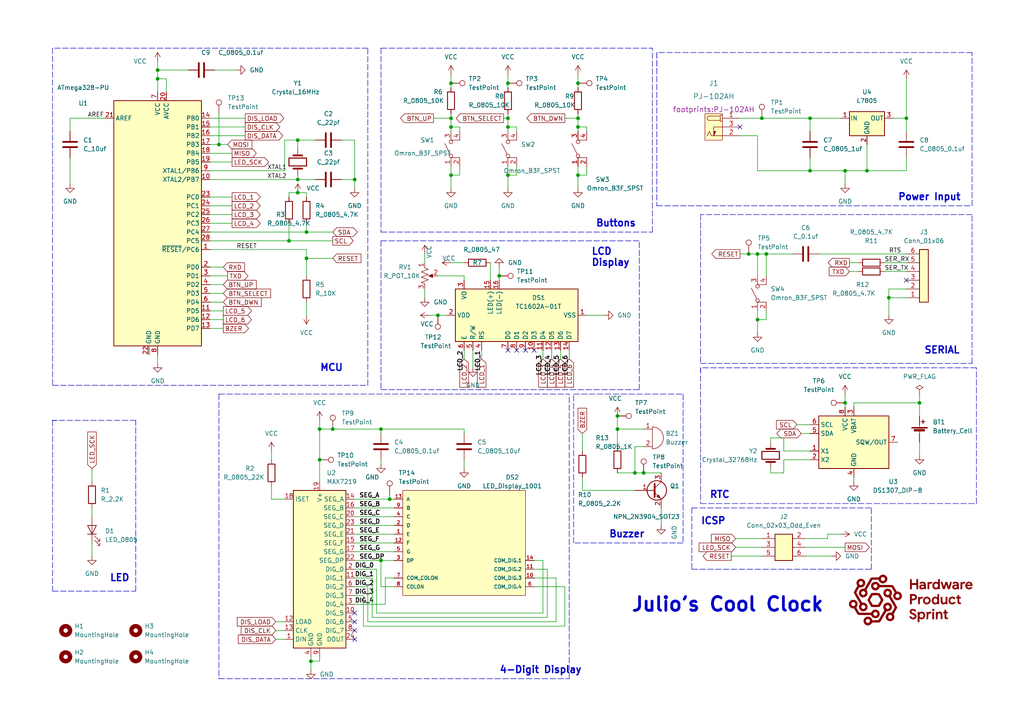
<source format=kicad_sch>
(kicad_sch (version 20211123) (generator eeschema)
  (paper "A4")
  (junction (at 184.15 137.16))
  (junction (at 92.71 133.35))
  (junction (at 86.36 55.88))
  (junction (at 83.82 69.85))
  (junction (at 96.52 124.46))
  (junction (at 251.46 49.53))
  (junction (at 266.7 116.84))
  (junction (at 130.81 24.13))
  (junction (at 262.89 34.29))
  (junction (at 110.49 124.46))
  (junction (at 147.32 34.29))
  (junction (at 167.64 50.8))
  (junction (at 245.11 116.84))
  (junction (at 222.25 73.66))
  (junction (at 257.81 86.36))
  (junction (at 130.81 34.29))
  (junction (at 186.69 137.16))
  (junction (at 217.17 73.66))
  (junction (at 45.72 22.86))
  (junction (at 45.72 20.32))
  (junction (at 63.5 41.91))
  (junction (at 245.11 49.53))
  (junction (at 167.64 34.29))
  (junction (at 102.87 52.07))
  (junction (at 130.81 50.8))
  (junction (at 144.78 80.01))
  (junction (at 234.95 49.53))
  (junction (at 219.71 73.66))
  (junction (at 86.36 40.64))
  (junction (at 147.32 36.83))
  (junction (at 167.64 24.13))
  (junction (at 179.07 120.65))
  (junction (at 219.71 92.71))
  (junction (at 167.64 36.83))
  (junction (at 90.17 191.77))
  (junction (at 110.49 162.56))
  (junction (at 147.32 50.8))
  (junction (at 130.81 36.83))
  (junction (at 234.95 34.29))
  (junction (at 127 91.44))
  (junction (at 86.36 52.07))
  (junction (at 179.07 124.46))
  (junction (at 88.9 74.93))
  (junction (at 220.98 34.29))
  (junction (at 92.71 124.46))
  (junction (at 88.9 67.31))
  (junction (at 147.32 24.13))
  (junction (at 113.03 144.78))
  (no_connect (at 102.87 182.88))
  (no_connect (at 262.89 81.28))
  (no_connect (at 214.63 36.83))
  (no_connect (at 152.4 101.6))
  (no_connect (at 102.87 185.42))
  (no_connect (at 154.94 101.6))
  (no_connect (at 102.87 180.34))
  (no_connect (at 149.86 101.6))
  (no_connect (at 147.32 101.6))
  (no_connect (at 102.87 177.8))
  (wire (pts (xy 82.55 40.64) (xy 86.36 40.64)))
  (wire (pts (xy 92.71 124.46) (xy 96.52 124.46)))
  (polyline (pts (xy 39.37 121.92) (xy 15.24 121.92)))
  (wire (pts (xy 219.71 39.37) (xy 219.71 49.53)))
  (wire (pts (xy 86.36 52.07) (xy 91.44 52.07)))
  (wire (pts (xy 222.25 73.66) (xy 229.87 73.66)))
  (wire (pts (xy 160.02 101.6) (xy 160.02 104.14)))
  (wire (pts (xy 170.18 50.8) (xy 170.18 48.26)))
  (wire (pts (xy 149.86 36.83) (xy 149.86 38.1)))
  (wire (pts (xy 63.5 41.91) (xy 66.04 41.91)))
  (wire (pts (xy 184.15 129.54) (xy 186.69 129.54)))
  (polyline (pts (xy 200.66 165.1) (xy 252.73 165.1)))
  (wire (pts (xy 60.96 52.07) (xy 86.36 52.07)))
  (wire (pts (xy 130.81 33.02) (xy 130.81 34.29)))
  (wire (pts (xy 214.63 39.37) (xy 219.71 39.37)))
  (wire (pts (xy 179.07 124.46) (xy 179.07 129.54)))
  (wire (pts (xy 179.07 124.46) (xy 186.69 124.46)))
  (wire (pts (xy 223.52 135.89) (xy 223.52 137.16)))
  (wire (pts (xy 45.72 20.32) (xy 45.72 22.86)))
  (wire (pts (xy 262.89 45.72) (xy 262.89 49.53)))
  (polyline (pts (xy 198.12 157.48) (xy 166.37 157.48)))
  (polyline (pts (xy 283.21 146.05) (xy 283.21 106.68)))
  (wire (pts (xy 130.81 76.2) (xy 134.62 76.2)))
  (wire (pts (xy 147.32 36.83) (xy 149.86 36.83)))
  (wire (pts (xy 240.03 154.94) (xy 243.84 154.94)))
  (wire (pts (xy 149.86 48.26) (xy 149.86 50.8)))
  (wire (pts (xy 262.89 34.29) (xy 262.89 38.1)))
  (wire (pts (xy 130.81 50.8) (xy 133.35 50.8)))
  (wire (pts (xy 60.96 95.25) (xy 64.77 95.25)))
  (wire (pts (xy 256.54 76.2) (xy 262.89 76.2)))
  (polyline (pts (xy 203.2 106.68) (xy 203.2 146.05)))
  (wire (pts (xy 90.17 191.77) (xy 90.17 194.31)))
  (wire (pts (xy 124.46 91.44) (xy 127 91.44)))
  (wire (pts (xy 83.82 69.85) (xy 96.52 69.85)))
  (wire (pts (xy 60.96 64.77) (xy 67.31 64.77)))
  (wire (pts (xy 262.89 49.53) (xy 251.46 49.53)))
  (wire (pts (xy 123.19 73.66) (xy 123.19 76.2)))
  (wire (pts (xy 62.23 20.32) (xy 68.58 20.32)))
  (wire (pts (xy 83.82 64.77) (xy 83.82 69.85)))
  (wire (pts (xy 219.71 92.71) (xy 219.71 96.52)))
  (wire (pts (xy 60.96 87.63) (xy 64.77 87.63)))
  (wire (pts (xy 102.87 162.56) (xy 110.49 162.56)))
  (polyline (pts (xy 110.49 113.03) (xy 185.42 113.03)))
  (wire (pts (xy 92.71 124.46) (xy 92.71 133.35)))
  (wire (pts (xy 105.41 172.72) (xy 105.41 181.61)))
  (wire (pts (xy 227.33 130.81) (xy 234.95 130.81)))
  (wire (pts (xy 102.87 175.26) (xy 111.76 175.26)))
  (wire (pts (xy 184.15 137.16) (xy 184.15 129.54)))
  (wire (pts (xy 102.87 52.07) (xy 102.87 54.61)))
  (wire (pts (xy 223.52 127) (xy 227.33 127)))
  (wire (pts (xy 157.48 101.6) (xy 157.48 104.14)))
  (polyline (pts (xy 281.94 15.24) (xy 190.5 15.24)))
  (wire (pts (xy 227.33 137.16) (xy 227.33 133.35)))
  (wire (pts (xy 162.56 101.6) (xy 162.56 104.14)))
  (wire (pts (xy 154.94 165.1) (xy 158.75 165.1)))
  (wire (pts (xy 232.41 125.73) (xy 234.95 125.73)))
  (wire (pts (xy 86.36 50.8) (xy 86.36 52.07)))
  (wire (pts (xy 245.11 116.84) (xy 245.11 118.11)))
  (wire (pts (xy 147.32 50.8) (xy 149.86 50.8)))
  (wire (pts (xy 222.25 73.66) (xy 222.25 80.01)))
  (wire (pts (xy 102.87 154.94) (xy 114.3 154.94)))
  (wire (pts (xy 130.81 36.83) (xy 133.35 36.83)))
  (wire (pts (xy 102.87 144.78) (xy 113.03 144.78)))
  (wire (pts (xy 147.32 34.29) (xy 147.32 36.83)))
  (polyline (pts (xy 106.68 111.76) (xy 106.68 13.97)))
  (wire (pts (xy 109.22 177.8) (xy 157.48 177.8)))
  (wire (pts (xy 92.71 133.35) (xy 92.71 139.7)))
  (wire (pts (xy 134.62 101.6) (xy 134.62 104.14)))
  (wire (pts (xy 88.9 64.77) (xy 88.9 67.31)))
  (wire (pts (xy 168.91 125.73) (xy 168.91 130.81)))
  (wire (pts (xy 102.87 165.1) (xy 109.22 165.1)))
  (wire (pts (xy 233.68 158.75) (xy 245.11 158.75)))
  (wire (pts (xy 191.77 147.32) (xy 191.77 152.4)))
  (wire (pts (xy 219.71 73.66) (xy 222.25 73.66)))
  (wire (pts (xy 60.96 80.01) (xy 66.04 80.01)))
  (wire (pts (xy 161.29 180.34) (xy 161.29 167.64)))
  (polyline (pts (xy 15.24 13.97) (xy 15.24 111.76)))
  (polyline (pts (xy 281.94 62.23) (xy 203.2 62.23)))
  (wire (pts (xy 134.62 124.46) (xy 134.62 125.73)))
  (wire (pts (xy 247.65 116.84) (xy 266.7 116.84)))
  (wire (pts (xy 105.41 181.61) (xy 163.83 181.61)))
  (wire (pts (xy 257.81 86.36) (xy 257.81 91.44)))
  (wire (pts (xy 130.81 48.26) (xy 130.81 50.8)))
  (wire (pts (xy 144.78 80.01) (xy 144.78 81.28)))
  (wire (pts (xy 157.48 177.8) (xy 157.48 162.56)))
  (wire (pts (xy 130.81 36.83) (xy 130.81 38.1)))
  (wire (pts (xy 60.96 36.83) (xy 71.12 36.83)))
  (polyline (pts (xy 106.68 13.97) (xy 15.24 13.97)))
  (wire (pts (xy 147.32 33.02) (xy 147.32 34.29)))
  (wire (pts (xy 227.33 133.35) (xy 234.95 133.35)))
  (polyline (pts (xy 110.49 13.97) (xy 189.23 13.97)))
  (wire (pts (xy 167.64 50.8) (xy 167.64 54.61)))
  (wire (pts (xy 214.63 73.66) (xy 217.17 73.66)))
  (wire (pts (xy 127 80.01) (xy 134.62 80.01)))
  (wire (pts (xy 147.32 48.26) (xy 147.32 50.8)))
  (wire (pts (xy 60.96 77.47) (xy 64.77 77.47)))
  (wire (pts (xy 167.64 48.26) (xy 167.64 50.8)))
  (wire (pts (xy 146.05 34.29) (xy 147.32 34.29)))
  (wire (pts (xy 102.87 172.72) (xy 105.41 172.72)))
  (wire (pts (xy 167.64 36.83) (xy 170.18 36.83)))
  (polyline (pts (xy 63.5 114.3) (xy 165.1 114.3)))
  (wire (pts (xy 60.96 62.23) (xy 67.31 62.23)))
  (wire (pts (xy 133.35 50.8) (xy 133.35 48.26)))
  (wire (pts (xy 63.5 33.02) (xy 63.5 41.91)))
  (wire (pts (xy 60.96 85.09) (xy 64.77 85.09)))
  (wire (pts (xy 142.24 76.2) (xy 142.24 81.28)))
  (wire (pts (xy 247.65 138.43) (xy 247.65 139.7)))
  (wire (pts (xy 167.64 33.02) (xy 167.64 34.29)))
  (polyline (pts (xy 281.94 59.69) (xy 281.94 15.24)))
  (polyline (pts (xy 252.73 165.1) (xy 252.73 147.32)))
  (polyline (pts (xy 281.94 105.41) (xy 281.94 62.23)))
  (wire (pts (xy 133.35 36.83) (xy 133.35 38.1)))
  (wire (pts (xy 88.9 72.39) (xy 88.9 74.93)))
  (wire (pts (xy 30.48 34.29) (xy 20.32 34.29)))
  (wire (pts (xy 107.95 167.64) (xy 107.95 179.07)))
  (polyline (pts (xy 203.2 62.23) (xy 203.2 105.41)))
  (wire (pts (xy 102.87 160.02) (xy 114.3 160.02)))
  (wire (pts (xy 88.9 74.93) (xy 88.9 80.01)))
  (wire (pts (xy 78.74 130.81) (xy 78.74 133.35)))
  (polyline (pts (xy 190.5 59.69) (xy 281.94 59.69)))
  (polyline (pts (xy 190.5 15.24) (xy 190.5 20.32)))
  (polyline (pts (xy 185.42 113.03) (xy 185.42 69.85)))
  (wire (pts (xy 219.71 73.66) (xy 219.71 80.01)))
  (wire (pts (xy 88.9 57.15) (xy 88.9 55.88)))
  (wire (pts (xy 127 91.44) (xy 129.54 91.44)))
  (wire (pts (xy 102.87 170.18) (xy 106.68 170.18)))
  (wire (pts (xy 60.96 34.29) (xy 71.12 34.29)))
  (polyline (pts (xy 166.37 114.3) (xy 198.12 114.3)))
  (wire (pts (xy 26.67 157.48) (xy 26.67 161.29)))
  (wire (pts (xy 102.87 152.4) (xy 114.3 152.4)))
  (wire (pts (xy 266.7 114.3) (xy 266.7 116.84)))
  (wire (pts (xy 251.46 41.91) (xy 251.46 49.53)))
  (wire (pts (xy 86.36 40.64) (xy 86.36 43.18)))
  (wire (pts (xy 233.68 161.29) (xy 241.3 161.29)))
  (wire (pts (xy 102.87 147.32) (xy 114.3 147.32)))
  (wire (pts (xy 110.49 162.56) (xy 110.49 170.18)))
  (wire (pts (xy 107.95 179.07) (xy 158.75 179.07)))
  (wire (pts (xy 86.36 40.64) (xy 91.44 40.64)))
  (wire (pts (xy 179.07 137.16) (xy 184.15 137.16)))
  (wire (pts (xy 78.74 144.78) (xy 82.55 144.78)))
  (wire (pts (xy 259.08 34.29) (xy 262.89 34.29)))
  (wire (pts (xy 134.62 80.01) (xy 134.62 81.28)))
  (wire (pts (xy 20.32 34.29) (xy 20.32 38.1)))
  (wire (pts (xy 45.72 17.78) (xy 45.72 20.32)))
  (wire (pts (xy 170.18 36.83) (xy 170.18 38.1)))
  (wire (pts (xy 219.71 92.71) (xy 219.71 90.17)))
  (polyline (pts (xy 190.5 15.24) (xy 190.5 59.69)))
  (wire (pts (xy 217.17 73.66) (xy 219.71 73.66)))
  (wire (pts (xy 170.18 91.44) (xy 175.26 91.44)))
  (wire (pts (xy 92.71 121.92) (xy 92.71 124.46)))
  (wire (pts (xy 245.11 49.53) (xy 245.11 53.34)))
  (wire (pts (xy 247.65 118.11) (xy 247.65 116.84)))
  (wire (pts (xy 222.25 90.17) (xy 222.25 92.71)))
  (wire (pts (xy 245.11 114.3) (xy 245.11 116.84)))
  (wire (pts (xy 165.1 101.6) (xy 165.1 104.14)))
  (wire (pts (xy 130.81 24.13) (xy 130.81 25.4)))
  (wire (pts (xy 167.64 50.8) (xy 170.18 50.8)))
  (wire (pts (xy 60.96 49.53) (xy 82.55 49.53)))
  (wire (pts (xy 214.63 34.29) (xy 220.98 34.29)))
  (wire (pts (xy 147.32 24.13) (xy 147.32 25.4)))
  (wire (pts (xy 213.36 158.75) (xy 220.98 158.75)))
  (wire (pts (xy 257.81 83.82) (xy 257.81 86.36)))
  (wire (pts (xy 223.52 137.16) (xy 227.33 137.16)))
  (wire (pts (xy 60.96 72.39) (xy 88.9 72.39)))
  (wire (pts (xy 60.96 44.45) (xy 67.31 44.45)))
  (wire (pts (xy 262.89 83.82) (xy 257.81 83.82)))
  (wire (pts (xy 48.26 26.67) (xy 48.26 22.86)))
  (polyline (pts (xy 189.23 67.31) (xy 189.23 13.97)))
  (wire (pts (xy 83.82 57.15) (xy 83.82 55.88)))
  (wire (pts (xy 186.69 137.16) (xy 184.15 137.16)))
  (wire (pts (xy 137.16 101.6) (xy 137.16 106.68)))
  (wire (pts (xy 80.01 185.42) (xy 82.55 185.42)))
  (wire (pts (xy 144.78 77.47) (xy 144.78 80.01)))
  (polyline (pts (xy 15.24 121.92) (xy 15.24 171.45)))
  (wire (pts (xy 191.77 137.16) (xy 186.69 137.16)))
  (wire (pts (xy 106.68 180.34) (xy 161.29 180.34)))
  (wire (pts (xy 123.19 83.82) (xy 123.19 86.36)))
  (wire (pts (xy 163.83 34.29) (xy 167.64 34.29)))
  (polyline (pts (xy 15.24 111.76) (xy 106.68 111.76)))
  (polyline (pts (xy 200.66 147.32) (xy 252.73 147.32)))
  (wire (pts (xy 167.64 36.83) (xy 167.64 38.1)))
  (wire (pts (xy 110.49 124.46) (xy 134.62 124.46)))
  (wire (pts (xy 60.96 59.69) (xy 67.31 59.69)))
  (polyline (pts (xy 203.2 105.41) (xy 281.94 105.41)))
  (wire (pts (xy 78.74 140.97) (xy 78.74 144.78)))
  (wire (pts (xy 60.96 90.17) (xy 64.77 90.17)))
  (wire (pts (xy 168.91 142.24) (xy 184.15 142.24)))
  (polyline (pts (xy 110.49 13.97) (xy 110.49 67.31)))
  (polyline (pts (xy 15.24 121.92) (xy 15.24 121.92)))
  (wire (pts (xy 163.83 170.18) (xy 154.94 170.18)))
  (wire (pts (xy 113.03 143.51) (xy 113.03 144.78)))
  (wire (pts (xy 90.17 190.5) (xy 90.17 191.77)))
  (wire (pts (xy 90.17 191.77) (xy 92.71 191.77)))
  (wire (pts (xy 237.49 73.66) (xy 262.89 73.66)))
  (wire (pts (xy 227.33 127) (xy 227.33 130.81)))
  (wire (pts (xy 88.9 87.63) (xy 88.9 91.44)))
  (wire (pts (xy 88.9 55.88) (xy 86.36 55.88)))
  (wire (pts (xy 147.32 36.83) (xy 147.32 38.1)))
  (wire (pts (xy 234.95 49.53) (xy 219.71 49.53)))
  (wire (pts (xy 99.06 40.64) (xy 102.87 40.64)))
  (wire (pts (xy 60.96 41.91) (xy 63.5 41.91)))
  (polyline (pts (xy 165.1 196.85) (xy 165.1 114.3)))
  (wire (pts (xy 130.81 50.8) (xy 130.81 54.61)))
  (wire (pts (xy 233.68 156.21) (xy 240.03 156.21)))
  (polyline (pts (xy 283.21 106.68) (xy 203.2 106.68)))
  (wire (pts (xy 179.07 120.65) (xy 179.07 124.46)))
  (polyline (pts (xy 39.37 171.45) (xy 39.37 121.92)))
  (wire (pts (xy 245.11 49.53) (xy 234.95 49.53)))
  (wire (pts (xy 167.64 21.59) (xy 167.64 24.13)))
  (wire (pts (xy 234.95 45.72) (xy 234.95 49.53)))
  (wire (pts (xy 26.67 147.32) (xy 26.67 149.86)))
  (wire (pts (xy 48.26 22.86) (xy 45.72 22.86)))
  (polyline (pts (xy 110.49 67.31) (xy 189.23 67.31)))
  (wire (pts (xy 88.9 67.31) (xy 96.52 67.31)))
  (wire (pts (xy 125.73 34.29) (xy 130.81 34.29)))
  (wire (pts (xy 96.52 124.46) (xy 110.49 124.46)))
  (wire (pts (xy 83.82 55.88) (xy 86.36 55.88)))
  (wire (pts (xy 130.81 21.59) (xy 130.81 24.13)))
  (wire (pts (xy 163.83 181.61) (xy 163.83 170.18)))
  (polyline (pts (xy 63.5 196.85) (xy 165.1 196.85)))
  (wire (pts (xy 60.96 92.71) (xy 64.77 92.71)))
  (wire (pts (xy 102.87 167.64) (xy 107.95 167.64)))
  (wire (pts (xy 82.55 49.53) (xy 82.55 40.64)))
  (wire (pts (xy 26.67 135.89) (xy 26.67 139.7)))
  (wire (pts (xy 154.94 167.64) (xy 161.29 167.64)))
  (wire (pts (xy 110.49 162.56) (xy 114.3 162.56)))
  (wire (pts (xy 111.76 167.64) (xy 114.3 167.64)))
  (wire (pts (xy 130.81 34.29) (xy 130.81 36.83)))
  (wire (pts (xy 60.96 57.15) (xy 67.31 57.15)))
  (wire (pts (xy 157.48 162.56) (xy 154.94 162.56)))
  (wire (pts (xy 60.96 69.85) (xy 83.82 69.85)))
  (wire (pts (xy 80.01 182.88) (xy 82.55 182.88)))
  (wire (pts (xy 240.03 156.21) (xy 240.03 154.94)))
  (wire (pts (xy 106.68 170.18) (xy 106.68 180.34)))
  (wire (pts (xy 256.54 78.74) (xy 262.89 78.74)))
  (wire (pts (xy 60.96 82.55) (xy 64.77 82.55)))
  (polyline (pts (xy 110.49 69.85) (xy 185.42 69.85)))
  (wire (pts (xy 246.38 78.74) (xy 248.92 78.74)))
  (wire (pts (xy 220.98 34.29) (xy 234.95 34.29)))
  (wire (pts (xy 60.96 46.99) (xy 67.31 46.99)))
  (wire (pts (xy 110.49 170.18) (xy 114.3 170.18)))
  (polyline (pts (xy 15.24 121.92) (xy 16.51 121.92)))
  (wire (pts (xy 266.7 128.27) (xy 266.7 132.08)))
  (wire (pts (xy 167.64 24.13) (xy 167.64 25.4)))
  (wire (pts (xy 45.72 102.87) (xy 45.72 105.41)))
  (wire (pts (xy 80.01 180.34) (xy 82.55 180.34)))
  (wire (pts (xy 223.52 127) (xy 223.52 128.27)))
  (wire (pts (xy 234.95 34.29) (xy 234.95 38.1)))
  (wire (pts (xy 60.96 39.37) (xy 71.12 39.37)))
  (wire (pts (xy 246.38 76.2) (xy 248.92 76.2)))
  (wire (pts (xy 88.9 74.93) (xy 96.52 74.93)))
  (wire (pts (xy 147.32 50.8) (xy 147.32 54.61)))
  (wire (pts (xy 257.81 86.36) (xy 262.89 86.36)))
  (polyline (pts (xy 63.5 114.3) (xy 63.5 196.85)))
  (wire (pts (xy 60.96 67.31) (xy 88.9 67.31)))
  (wire (pts (xy 92.71 191.77) (xy 92.71 190.5)))
  (wire (pts (xy 266.7 116.84) (xy 266.7 120.65)))
  (wire (pts (xy 213.36 156.21) (xy 220.98 156.21)))
  (wire (pts (xy 168.91 138.43) (xy 168.91 142.24)))
  (wire (pts (xy 222.25 92.71) (xy 219.71 92.71)))
  (polyline (pts (xy 166.37 157.48) (xy 166.37 114.3)))
  (wire (pts (xy 251.46 49.53) (xy 245.11 49.53)))
  (wire (pts (xy 231.14 123.19) (xy 234.95 123.19)))
  (wire (pts (xy 147.32 21.59) (xy 147.32 24.13)))
  (wire (pts (xy 158.75 179.07) (xy 158.75 165.1)))
  (wire (pts (xy 212.09 161.29) (xy 220.98 161.29)))
  (wire (pts (xy 45.72 22.86) (xy 45.72 26.67)))
  (polyline (pts (xy 15.24 171.45) (xy 39.37 171.45)))
  (polyline (pts (xy 203.2 146.05) (xy 283.21 146.05)))
  (wire (pts (xy 139.7 101.6) (xy 139.7 104.14)))
  (wire (pts (xy 102.87 157.48) (xy 114.3 157.48)))
  (wire (pts (xy 102.87 149.86) (xy 114.3 149.86)))
  (polyline (pts (xy 200.66 147.32) (xy 200.66 165.1)))
  (wire (pts (xy 111.76 175.26) (xy 111.76 167.64)))
  (wire (pts (xy 234.95 34.29) (xy 243.84 34.29)))
  (wire (pts (xy 99.06 52.07) (xy 102.87 52.07)))
  (wire (pts (xy 20.32 45.72) (xy 20.32 53.34)))
  (wire (pts (xy 134.62 133.35) (xy 134.62 135.89)))
  (polyline (pts (xy 198.12 114.3) (xy 198.12 157.48)))
  (wire (pts (xy 110.49 124.46) (xy 110.49 125.73)))
  (wire (pts (xy 109.22 165.1) (xy 109.22 177.8)))
  (wire (pts (xy 113.03 144.78) (xy 114.3 144.78)))
  (wire (pts (xy 262.89 22.86) (xy 262.89 34.29)))
  (wire (pts (xy 167.64 34.29) (xy 167.64 36.83)))
  (polyline (pts (xy 110.49 69.85) (xy 110.49 113.03)))
  (wire (pts (xy 102.87 40.64) (xy 102.87 52.07)))
  (wire (pts (xy 45.72 20.32) (xy 54.61 20.32)))
  (polyline (pts (xy 203.2 106.68) (xy 203.2 107.95)))
  (wire (pts (xy 110.49 133.35) (xy 110.49 134.62)))
  (text "Buttons		" (at 172.72 66.04 0) (effects (font (size 2 2) (thickness 0.4) bold) (justify left bottom)))
  (text "MCU" (at 92.71 107.95 0) (effects (font (size 2 2) (thickness 0.4) bold) (justify left bottom)))
  (text "Power Input\n" (at 260.35 58.42 0) (effects (font (size 2 2) (thickness 0.4) bold) (justify left bottom)))
  (text "LCD \nDisplay" (at 171.45 77.47 0) (effects (font (size 2 2) (thickness 0.4) bold) (justify left bottom)))
  (text "LED" (at 31.75 168.91 0) (effects (font (size 2 2) (thickness 0.4) bold) (justify left bottom)))
  (text "Julio's Cool Clock" (at 182.88 177.8 0) (effects (font (size 4 4) bold) (justify left bottom)))
  (text "RTC" (at 205.74 144.78 0) (effects (font (size 2 2) bold) (justify left bottom)))
  (text "4-Digit Display" (at 144.78 195.58 0) (effects (font (size 2 2) (thickness 0.4) bold) (justify left bottom)))
  (text "SERIAL" (at 267.97 102.87 0) (effects (font (size 2 2) bold) (justify left bottom)))
  (text "Buzzer" (at 176.53 156.21 0) (effects (font (size 2 2) bold) (justify left bottom)))
  (text "ICSP" (at 203.2 152.4 0) (effects (font (size 2 2) bold) (justify left bottom)))
  (label "LCD_1" (at 139.7 101.6 270) (effects (font (thickness 0.254) bold)))
  (label "SEG_C" (at 104.14 149.86 0) (effects (font (thickness 0.254) bold)))
  (label "SEG_E" (at 104.14 154.94 0) (effects (font (thickness 0.254) bold)))
  (label "DIG_4" (at 102.87 175.26 0) (effects (font (thickness 0.254) bold)))
  (label "AREF" (at 25.4 34.29 0))
  (label "DIG_2" (at 102.87 170.18 0) (effects (font (thickness 0.254) bold)))
  (label "SEG_F" (at 104.14 157.48 0) (effects (font (thickness 0.254) bold)))
  (label "XTAL2" (at 77.47 52.07 0))
  (label "DIG_1" (at 102.87 167.64 0) (effects (font (thickness 0.254) bold)))
  (label "SEG_D" (at 104.14 152.4 0) (effects (font (thickness 0.254) bold)))
  (label "LCD_3" (at 157.48 102.87 270) (effects (font (thickness 0.254) bold)))
  (label "SEG_B" (at 104.14 147.32 0) (effects (font (thickness 0.254) bold)))
  (label "LCD_2" (at 134.62 101.6 270) (effects (font (thickness 0.254) bold)))
  (label "SEG_A" (at 104.14 144.78 0) (effects (font (thickness 0.254) bold)))
  (label "RTS" (at 257.81 73.66 0))
  (label "LCD_5" (at 162.56 102.87 270) (effects (font (thickness 0.254) bold)))
  (label "SEG_DP" (at 104.14 162.56 0) (effects (font (thickness 0.254) bold)))
  (label "XTAL1" (at 77.47 49.53 0))
  (label "DIG_3" (at 102.87 172.72 0) (effects (font (thickness 0.254) bold)))
  (label "SER_TX" (at 256.54 78.74 0))
  (label "RESET" (at 68.58 72.39 0))
  (label "LCD_4" (at 160.02 102.87 270) (effects (font (thickness 0.254) bold)))
  (label "DIG_0" (at 102.87 165.1 0) (effects (font (thickness 0.254) bold)))
  (label "SEG_G" (at 104.14 160.02 0) (effects (font (thickness 0.254) bold)))
  (label "SER_RX" (at 256.54 76.2 0))
  (label "LCD_6" (at 165.1 102.87 270) (effects (font (thickness 0.254) bold)))
  (global_label "LED_SCK" (shape output) (at 67.31 46.99 0) (property "Intersheet References" "${INTERSHEET_REFS}" (effects hide)))
  (global_label "MISO" (shape output) (at 67.31 44.45 0) (property "Intersheet References" "${INTERSHEET_REFS}" (effects hide)))
  (global_label "MOSI" (shape input) (at 66.04 41.91 0) (property "Intersheet References" "${INTERSHEET_REFS}" (effects hide)))
  (global_label "DIS_CLK" (shape input) (at 80.01 182.88 180) (property "Intersheet References" "${INTERSHEET_REFS}" (effects hide)))
  (global_label "LCD_2" (shape input) (at 134.62 104.14 270) (property "Intersheet References" "${INTERSHEET_REFS}" (effects hide)))
  (global_label "MOSI" (shape output) (at 245.11 158.75 0) (property "Intersheet References" "${INTERSHEET_REFS}" (effects hide)))
  (global_label "LCD_3" (shape output) (at 67.31 62.23 0) (property "Intersheet References" "${INTERSHEET_REFS}" (effects hide)))
  (global_label "BTN_UP" (shape input) (at 64.77 82.55 0) (property "Intersheet References" "${INTERSHEET_REFS}" (effects hide)))
  (global_label "TXD" (shape input) (at 246.38 78.74 180) (property "Intersheet References" "${INTERSHEET_REFS}" (effects hide)))
  (global_label "DIS_LOAD" (shape input) (at 80.01 180.34 180) (property "Intersheet References" "${INTERSHEET_REFS}" (effects hide)))
  (global_label "BTN_DWN" (shape input) (at 64.77 87.63 0) (property "Intersheet References" "${INTERSHEET_REFS}" (effects hide)))
  (global_label "SCL" (shape input) (at 231.14 123.19 180) (property "Intersheet References" "${INTERSHEET_REFS}" (effects hide)))
  (global_label "RESET" (shape input) (at 96.52 74.93 0) (property "Intersheet References" "${INTERSHEET_REFS}" (effects hide)))
  (global_label "LED_SCK" (shape input) (at 26.67 135.89 90) (property "Intersheet References" "${INTERSHEET_REFS}" (effects hide)))
  (global_label "RXD" (shape input) (at 64.77 77.47 0) (property "Intersheet References" "${INTERSHEET_REFS}" (effects hide)))
  (global_label "RESET" (shape output) (at 212.09 161.29 180) (property "Intersheet References" "${INTERSHEET_REFS}" (effects hide)))
  (global_label "LCD_1" (shape input) (at 139.7 104.14 270) (property "Intersheet References" "${INTERSHEET_REFS}" (effects hide)))
  (global_label "RESET" (shape output) (at 214.63 73.66 180) (property "Intersheet References" "${INTERSHEET_REFS}" (effects hide)))
  (global_label "RXD" (shape output) (at 246.38 76.2 180) (property "Intersheet References" "${INTERSHEET_REFS}" (effects hide)))
  (global_label "LED_SCK" (shape input) (at 213.36 158.75 180) (property "Intersheet References" "${INTERSHEET_REFS}" (effects hide)))
  (global_label "LCD_6" (shape input) (at 165.1 104.14 270) (property "Intersheet References" "${INTERSHEET_REFS}" (effects hide)))
  (global_label "TXD" (shape output) (at 66.04 80.01 0) (property "Intersheet References" "${INTERSHEET_REFS}" (effects hide)))
  (global_label "LCD_6" (shape output) (at 64.77 92.71 0) (property "Intersheet References" "${INTERSHEET_REFS}" (effects hide)))
  (global_label "LCD_3" (shape input) (at 157.48 104.14 270) (property "Intersheet References" "${INTERSHEET_REFS}" (effects hide)))
  (global_label "SCL" (shape output) (at 96.52 69.85 0) (property "Intersheet References" "${INTERSHEET_REFS}" (effects hide)))
  (global_label "SDA" (shape bidirectional) (at 96.52 67.31 0) (property "Intersheet References" "${INTERSHEET_REFS}" (effects hide)))
  (global_label "BTN_UP" (shape output) (at 125.73 34.29 180) (property "Intersheet References" "${INTERSHEET_REFS}" (effects hide)))
  (global_label "DIS_CLK" (shape output) (at 71.12 36.83 0) (property "Intersheet References" "${INTERSHEET_REFS}" (effects hide)))
  (global_label "LCD_5" (shape output) (at 64.77 90.17 0) (property "Intersheet References" "${INTERSHEET_REFS}" (effects hide)))
  (global_label "LCD_5" (shape input) (at 162.56 104.14 270) (property "Intersheet References" "${INTERSHEET_REFS}" (effects hide)))
  (global_label "BZER" (shape output) (at 64.77 95.25 0) (property "Intersheet References" "${INTERSHEET_REFS}" (effects hide)))
  (global_label "BTN_SELECT" (shape input) (at 64.77 85.09 0) (property "Intersheet References" "${INTERSHEET_REFS}" (effects hide)))
  (global_label "BTN_DWN" (shape output) (at 163.83 34.29 180) (property "Intersheet References" "${INTERSHEET_REFS}" (effects hide)))
  (global_label "DIS_DATA" (shape output) (at 71.12 39.37 0) (property "Intersheet References" "${INTERSHEET_REFS}" (effects hide)))
  (global_label "BZER" (shape input) (at 168.91 125.73 90) (property "Intersheet References" "${INTERSHEET_REFS}" (effects hide)))
  (global_label "MISO" (shape input) (at 213.36 156.21 180) (property "Intersheet References" "${INTERSHEET_REFS}" (effects hide)))
  (global_label "LCD_2" (shape output) (at 67.31 59.69 0) (property "Intersheet References" "${INTERSHEET_REFS}" (effects hide)))
  (global_label "SDA" (shape bidirectional) (at 232.41 125.73 180) (property "Intersheet References" "${INTERSHEET_REFS}" (effects hide)))
  (global_label "BTN_SELECT" (shape output) (at 146.05 34.29 180) (property "Intersheet References" "${INTERSHEET_REFS}" (effects hide)))
  (global_label "LCD_4" (shape output) (at 67.31 64.77 0) (property "Intersheet References" "${INTERSHEET_REFS}" (effects hide)))
  (global_label "LCD_4" (shape input) (at 160.02 104.14 270) (property "Intersheet References" "${INTERSHEET_REFS}" (effects hide)))
  (global_label "LCD_1" (shape output) (at 67.31 57.15 0) (property "Intersheet References" "${INTERSHEET_REFS}" (effects hide)))
  (global_label "DIS_DATA" (shape input) (at 80.01 185.42 180) (property "Intersheet References" "${INTERSHEET_REFS}" (effects hide)))
  (global_label "DIS_LOAD" (shape output) (at 71.12 34.29 0) (property "Intersheet References" "${INTERSHEET_REFS}" (effects hide)))
  (symbol (lib_id "HPS:Crystal_32768Hz") (at 223.52 132.08 270) (mirror x) (unit 1)
    (property "Reference" "Y2" (at 219.71 130.81 90) (effects (justify right)))
    (property "Value" "Crystal_32768Hz" (at 219.71 133.3499 90) (effects (justify right)))
    (property "Footprint" "footprints:Crystal_SMD_2Pin_3.2x1.5mm" (effects hide))
    (property "Datasheet" "https://www.jauch.com/downloadfile/57fde22d50dbf_d3c203011c87952f2834/jtx310-auto-2-210512.pdf" (effects hide))
    (property "MFG" "Jauch Quartz" (effects hide))
    (property "MPN" "Q 0,032768-JTX310-12,5-20-T1-HMR-50K-LF" (effects hide))
    (property "Digikey PN" "1908-1314-1-ND" (effects hide))
    (property "Mouser PN" "N/A" (effects hide))
  )
  (symbol (lib_id "HPS:R_0805_10K") (at 130.81 29.21 0) (unit 1)
    (property "Reference" "R6" (at 125.73 26.67 0) (effects (justify left)))
    (property "Value" "R_0805_10K" (at 116.84 29.21 0) (effects (justify left)))
    (property "Footprint" "footprints:R_0805_2012Metric" (effects hide))
    (property "Datasheet" "https://www.digikey.com/en/products/detail/yageo/RC0805FR-0710KL/727535" (effects hide))
    (property "MFG" "Yageo" (effects hide))
    (property "MPN" "RC0805FR-0710KL" (effects hide))
    (property "Digikey PN" "311-10.0KCRCT-ND" (effects hide))
    (property "Mouser PN" "N/A" (effects hide))
    (property "Power" "N/A" (effects hide))
    (property "Tolerance" "N/A" (effects hide))
  )
  (symbol (lib_id "HPS:GND") (at 123.19 86.36 0) (unit 1)
    (property "Reference" "#PWR0101" (effects hide))
    (property "Value" "GND" (at 125.73 87.6299 0) (effects (justify left)))
  )
  (symbol (lib_id "HPS:VCC") (at 243.84 154.94 270) (unit 1)
    (property "Reference" "#PWR028" (effects hide))
    (property "Value" "VCC" (at 247.65 154.9399 90) (effects (justify left)))
  )
  (symbol (lib_id "HPS:GND") (at 257.81 91.44 0) (unit 1)
    (property "Reference" "#PWR031" (effects hide))
    (property "Value" "GND" (at 257.81 96.52 0))
  )
  (symbol (lib_id "HPS:Battery_Cell") (at 266.7 125.73 0) (unit 1)
    (property "Reference" "BT1" (at 270.51 122.4279 0) (effects (justify left)))
    (property "Value" "Battery_Cell" (at 270.51 124.9679 0) (effects (justify left)))
    (property "Footprint" "footprints:BatteryHolder_Keystone_106_1x20mm" (effects hide))
    (property "Datasheet" "https://media.digikey.com/pdf/Data%20Sheets/Memory%20Protection%20PDFs/Coin_Cell_Guide.pdf" (effects hide))
    (property "MFG" "MPD (Memory Protection Devices)" (effects hide))
    (property "MPN" "BS-7" (effects hide))
    (property "Digikey PN" "BS-7-ND" (effects hide))
    (property "Mouser PN" "N/A" (effects hide))
  )
  (symbol (lib_id "HPS:TestPoint") (at 217.17 73.66 0) (unit 1)
    (property "Reference" "TP5" (at 219.71 69.0879 0) (effects (justify left)))
    (property "Value" "TestPoint" (at 219.71 71.6279 0) (effects (justify left)))
    (property "Footprint" "footprints:TestPoint_THTPad_D2.0mm_Drill1.0mm" (effects hide))
  )
  (symbol (lib_id "HPS:GND") (at 266.7 132.08 0) (unit 1)
    (property "Reference" "#PWR033" (effects hide))
    (property "Value" "GND" (at 266.7 137.16 0))
  )
  (symbol (lib_id "HPS:GND") (at 247.65 139.7 0) (unit 1)
    (property "Reference" "#PWR030" (effects hide))
    (property "Value" "GND" (at 247.65 144.78 0))
  )
  (symbol (lib_id "HPS:VCC") (at 147.32 21.59 0) (unit 1)
    (property "Reference" "#PWR019" (effects hide))
    (property "Value" "VCC" (at 147.32 16.51 0))
  )
  (symbol (lib_id "HPS:Omron_B3F_SPST") (at 147.32 43.18 90) (unit 1)
    (property "Reference" "SW2" (at 151.13 41.9099 90) (effects (justify right)))
    (property "Value" "Omron_B3F_SPST" (at 146.05 49.53 90) (effects (justify right)))
    (property "Footprint" "footprints:SW_SPST_Omron_B3FS-100xP" (effects hide))
    (property "Datasheet" "https://omronfs.omron.com/en_US/ecb/products/pdf/en-b3fs.pdf" (effects hide))
    (property "MFG" "Omron Electronics Inc-EMC Div" (effects hide))
    (property "MPN" "B3FS-1000P" (effects hide))
    (property "Digikey PN" "SW423CT-ND" (effects hide))
    (property "Mouser PN" "N/A" (effects hide))
  )
  (symbol (lib_id "HPS:TestPoint") (at 92.71 133.35 270) (unit 1)
    (property "Reference" "TP10" (at 97.79 132.0799 90) (effects (justify left)))
    (property "Value" "TestPoint" (at 97.79 134.6199 90) (effects (justify left)))
    (property "Footprint" "footprints:TestPoint_THTPad_D2.0mm_Drill1.0mm" (effects hide))
  )
  (symbol (lib_id "HPS:VCC") (at 92.71 121.92 0) (unit 1)
    (property "Reference" "#PWR09" (effects hide))
    (property "Value" "VCC" (at 92.71 116.84 0))
  )
  (symbol (lib_id "HPS:TestPoint") (at 113.03 143.51 0) (unit 1)
    (property "Reference" "TP14" (at 115.57 137.16 0) (effects (justify left)))
    (property "Value" "TestPoint" (at 115.57 139.7 0) (effects (justify left)))
    (property "Footprint" "footprints:TestPoint_THTPad_D2.0mm_Drill1.0mm" (effects hide))
  )
  (symbol (lib_id "HPS:GND") (at 20.32 53.34 0) (unit 1)
    (property "Reference" "#PWR01" (effects hide))
    (property "Value" "GND" (at 20.32 58.42 0))
  )
  (symbol (lib_id "HPS:GND") (at 175.26 91.44 90) (unit 1)
    (property "Reference" "#PWR023" (effects hide))
    (property "Value" "GND" (at 179.07 91.4399 90) (effects (justify right)))
  )
  (symbol (lib_id "HPS:Conn_01x06") (at 267.97 81.28 0) (mirror x) (unit 1)
    (property "Reference" "J3" (at 267.97 67.31 0))
    (property "Value" "Conn_01x06" (at 267.97 69.85 0))
    (property "Footprint" "footprints:PinHeader_1x06_P2.54mm_Vertical" (effects hide))
    (property "Datasheet" "https://www.we-online.de/katalog/datasheet/6130xx11121.pdf" (effects hide))
    (property "MFG" "Würth Elektronik" (effects hide))
    (property "MPN" "61300611121" (effects hide))
    (property "Digikey PN" "732-5319-ND" (effects hide))
    (property "Mouser PN" "N/A" (effects hide))
  )
  (symbol (lib_id "HPS:VCC") (at 130.81 21.59 0) (unit 1)
    (property "Reference" "#PWR013" (effects hide))
    (property "Value" "VCC" (at 130.81 16.51 0))
  )
  (symbol (lib_id "HPS:GND") (at 219.71 96.52 0) (unit 1)
    (property "Reference" "#PWR026" (effects hide))
    (property "Value" "GND" (at 219.71 101.6 0))
  )
  (symbol (lib_id "HPS:MountingHole") (at 39.37 182.88 0) (unit 1)
    (property "Reference" "H3" (at 41.91 181.6099 0) (effects (justify left)))
    (property "Value" "MountingHole" (at 41.91 184.1499 0) (effects (justify left)))
    (property "Footprint" "footprints:MountingHole_3.2mm_M3" (effects hide))
  )
  (symbol (lib_id "HPS:TestPoint") (at 186.69 137.16 0) (unit 1)
    (property "Reference" "TP8" (at 189.23 132.5879 0) (effects (justify left)))
    (property "Value" "TestPoint" (at 189.23 135.1279 0) (effects (justify left)))
    (property "Footprint" "footprints:TestPoint_THTPad_D2.0mm_Drill1.0mm" (effects hide))
  )
  (symbol (lib_id "HPS:L7805") (at 251.46 34.29 0) (unit 1)
    (property "Reference" "U4" (at 251.46 26.67 0))
    (property "Value" "L7805" (at 251.46 29.21 0))
    (property "Footprint" "footprints:TO-252-2" (effects hide))
    (property "Datasheet" "http://www.st.com/content/ccc/resource/technical/document/datasheet/41/4f/b3/b0/12/d4/47/88/CD00000444.pdf/files/CD00000444.pdf/jcr:content/translations/en.CD00000444.pdf" (effects hide))
    (property "Digikey PN" "497-7255-1-ND" (effects hide))
    (property "MPN" "L7805CDT-TR" (effects hide))
    (property "MFG" "STMicroelectronics" (effects hide))
  )
  (symbol (lib_id "HPS:VCC") (at 78.74 130.81 0) (unit 1)
    (property "Reference" "#PWR05" (effects hide))
    (property "Value" "VCC" (at 78.74 125.73 0))
  )
  (symbol (lib_id "HPS:TC1602A-01T") (at 149.86 91.44 90) (unit 1)
    (property "Reference" "DS1" (at 156.21 86.36 90))
    (property "Value" "TC1602A-01T" (at 156.21 88.9 90))
    (property "Footprint" "footprints:TC1602A-01T" (effects hide))
    (property "Datasheet" "https://cdn-shop.adafruit.com/datasheets/TC1602A-01T.pdf" (effects hide))
    (property "MFG" "Adafruit" (effects hide))
    (property "MPN" "1447" (effects hide))
    (property "Digikey PN" "1528-2212-ND" (effects hide))
    (property "Mouser PN" "N/A" (effects hide))
  )
  (symbol (lib_id "HPS:VCC") (at 124.46 91.44 90) (unit 1)
    (property "Reference" "#PWR012" (effects hide))
    (property "Value" "VCC" (at 121.92 93.98 90) (effects (justify right)))
  )
  (symbol (lib_id "HPS:C_0805_0.1uf") (at 233.68 73.66 90) (unit 1)
    (property "Reference" "C6" (at 233.68 66.04 90))
    (property "Value" "C_0.1uf" (at 233.68 68.58 90))
    (property "Footprint" "footprints:C_0805_2012Metric" (effects hide))
    (property "Datasheet" "https://datasheets.avx.com/X7RDielectric.pdf" (effects hide))
    (property "MFG" "AVX Corporation" (effects hide))
    (property "MPN" "08055C104KAT2A" (effects hide))
    (property "Digikey PN" "478-1395-1-ND" (effects hide))
    (property "Mouser PN" "N/A" (effects hide))
    (property "Voltage" "N/A" (effects hide))
    (property "Dielectric" "N/A" (effects hide))
    (property "Tolerance" "N/A" (effects hide))
  )
  (symbol (lib_id "HPS:MountingHole") (at 19.05 182.88 0) (unit 1)
    (property "Reference" "H1" (at 21.59 181.6099 0) (effects (justify left)))
    (property "Value" "MountingHole" (at 21.59 184.1499 0) (effects (justify left)))
    (property "Footprint" "footprints:MountingHole_3.2mm_M3" (effects hide))
  )
  (symbol (lib_id "HPS:C_0805_10uf") (at 134.62 129.54 0) (unit 1)
    (property "Reference" "C5" (at 138.43 128.2699 0) (effects (justify left)))
    (property "Value" "C_0805_10uf" (at 138.43 130.8099 0) (effects (justify left)))
    (property "Footprint" "footprints:C_0805_2012Metric" (effects hide))
    (property "Datasheet" "https://search.murata.co.jp/Ceramy/image/img/A01X/G101/ENG/GRM21BR61E106KA73-01.pdf" (effects hide))
    (property "MFG" "Murata Electronics" (effects hide))
    (property "MPN" "GRM21BR61E106KA73L" (effects hide))
    (property "Digikey PN" "490-5523-1-ND" (effects hide))
    (property "Mouser PN" "N/A" (effects hide))
    (property "Voltage" "N/A" (effects hide))
    (property "Dielectric" "N/A" (effects hide))
    (property "Tolerance" "N/A" (effects hide))
  )
  (symbol (lib_id "HPS:GND") (at 137.16 106.68 0) (unit 1)
    (property "Reference" "#PWR017" (effects hide))
    (property "Value" "GND" (at 137.16 111.76 0))
  )
  (symbol (lib_id "HPS:R_0805_22K") (at 78.74 137.16 0) (unit 1)
    (property "Reference" "R2" (at 71.12 135.89 0) (effects (justify left)))
    (property "Value" "R_0805_22K" (at 64.77 138.43 0) (effects (justify left)))
    (property "Footprint" "footprints:R_0805_2012Metric" (effects hide))
    (property "Datasheet" "https://www.digikey.com/en/products/detail/yageo/RC0805FR-0722KL/727736" (effects hide))
    (property "MFG" "Yageo" (effects hide))
    (property "MPN" "RC0805FR-0722KL" (effects hide))
    (property "Digikey PN" "311-22.0KCRCT-ND" (effects hide))
    (property "Mouser PN" "N/A" (effects hide))
    (property "Power" "N/A" (effects hide))
    (property "Tolerance" "N/A" (effects hide))
  )
  (symbol (lib_id "HPS:Crystal_16MHz") (at 86.36 46.99 90) (unit 1)
    (property "Reference" "Y1" (at 85.09 24.13 90) (effects (justify right)))
    (property "Value" "Crystal_16MHz" (at 78.74 26.67 90) (effects (justify right)))
    (property "Footprint" "footprints:Crystal_SMD_HC49-SD" (effects hide))
    (property "Datasheet" "https://ecsxtal.com/store/pdf/csm-7x-dn.pdf" (effects hide))
    (property "MFG" "ECS Inc." (effects hide))
    (property "MPN" "ECS-160-20-5PXDN-TR" (effects hide))
    (property "Digikey PN" "XC1299CT-ND" (effects hide))
    (property "Mouser PN" "N/A" (effects hide))
  )
  (symbol (lib_id "HPS:HPS_Logo") (at 264.16 173.99 0) (unit 1)
    (property "Reference" "#G1" (effects hide))
    (property "Value" "HPS_Logo" (effects hide))
  )
  (symbol (lib_id "HPS:R_0805_2.2K") (at 26.67 143.51 0) (unit 1)
    (property "Reference" "R1" (at 29.21 142.2399 0) (effects (justify left)))
    (property "Value" "R_2.2K" (at 29.21 144.7799 0) (effects (justify left)))
    (property "Footprint" "footprints:R_0805_2012Metric" (effects hide))
    (property "Datasheet" "https://www.digikey.com/en/products/detail/yageo/RC0805FR-072K2L/727676" (effects hide))
    (property "MFG" "N/A" (effects hide))
    (property "MPN" "N/A" (effects hide))
    (property "Digikey PN" "311-2.20KCRCT-ND" (effects hide))
    (property "Mouser PN" "N/A" (effects hide))
    (property "Power" "N/A" (effects hide))
    (property "Tolerance" "N/A" (effects hide))
  )
  (symbol (lib_id "HPS:NPN_2N3904_SOT23") (at 189.23 142.24 0) (unit 1)
    (property "Reference" "Q1" (at 194.31 140.9699 0) (effects (justify left)))
    (property "Value" "NPN_2N3904_SOT23" (at 177.8 149.86 0) (effects (justify left)))
    (property "Footprint" "footprints:SOT-23" (effects hide))
    (property "Datasheet" "https://www.mouser.com/datasheet/2/149/2N3904-82270.pdf" (effects hide))
    (property "MFG" "Central Semiconductor Corp" (effects hide))
    (property "MPN" "CMPT3904E TR PBFREE" (effects hide))
    (property "Digikey PN" "1514-CMPT3904ETRPBFREECT-ND" (effects hide))
    (property "Mouser PN" "N/A" (effects hide))
  )
  (symbol (lib_id "HPS:GND") (at 26.67 161.29 0) (unit 1)
    (property "Reference" "#PWR02" (effects hide))
    (property "Value" "GND" (at 26.67 166.37 0))
  )
  (symbol (lib_id "HPS:VCC") (at 167.64 21.59 0) (unit 1)
    (property "Reference" "#PWR021" (effects hide))
    (property "Value" "VCC" (at 167.64 16.51 0))
  )
  (symbol (lib_id "HPS:GND") (at 102.87 54.61 0) (unit 1)
    (property "Reference" "#PWR010" (effects hide))
    (property "Value" "GND" (at 102.87 59.69 0))
  )
  (symbol (lib_id "HPS:PJ-102AH") (at 209.55 36.83 0) (unit 1)
    (property "Reference" "J1" (at 207.01 24.13 0) (effects (font (size 1.524 1.524))))
    (property "Value" "PJ-102AH" (at 207.01 27.94 0) (effects (font (size 1.524 1.524))))
    (property "Footprint" "footprints:PJ-102AH" (at 207.01 31.75 0) (effects (font (size 1.524 1.524))))
    (property "Datasheet" "https://www.cuidevices.com/product/resource/pj-102ah.pdf" (effects hide))
    (property "MFG" "CUI Devices" (effects hide))
    (property "MPN" "PJ-102AH" (effects hide))
    (property "Digikey PN" "CP-102AH-ND" (effects hide))
    (property "Mouser PN" "490-PJ-102AH" (effects hide))
  )
  (symbol (lib_id "HPS:VCC") (at 88.9 91.44 180) (unit 1)
    (property "Reference" "#PWR07" (effects hide))
    (property "Value" "VCC" (at 88.9 96.52 0))
  )
  (symbol (lib_id "HPS:GND") (at 45.72 105.41 0) (unit 1)
    (property "Reference" "#PWR04" (effects hide))
    (property "Value" "GND" (at 45.72 110.49 0))
  )
  (symbol (lib_id "HPS:Buzzer") (at 189.23 127 0) (unit 1)
    (property "Reference" "BZ1" (at 193.04 125.7299 0) (effects (justify left)))
    (property "Value" "Buzzer" (at 193.04 128.2699 0) (effects (justify left)))
    (property "Footprint" "footprints:Buzzer_TDK_PS1240P02BT_D12.2mm_H6.5mm" (effects hide))
    (property "Datasheet" "https://product.tdk.com/info/en/catalog/datasheets/piezoelectronic_buzzer_ps_en.pdf?ref_disty=digikey" (effects hide))
    (property "MFG" "TDK" (effects hide))
    (property "MPN" "PS1420P02CT" (effects hide))
    (property "Digikey PN" "445-2526-1-ND" (effects hide))
    (property "Mouser PN" "N/A" (effects hide))
  )
  (symbol (lib_id "HPS:GND") (at 144.78 77.47 180) (unit 1)
    (property "Reference" "#PWR018" (effects hide))
    (property "Value" "GND" (at 147.32 76.1999 0) (effects (justify right)))
  )
  (symbol (lib_id "HPS:C_0805_1uf") (at 234.95 41.91 0) (unit 1)
    (property "Reference" "C7" (at 238.76 40.6399 0) (effects (justify left)))
    (property "Value" "C_0805_1uf" (at 238.76 43.1799 0) (effects (justify left)))
    (property "Footprint" "footprints:C_0805_2012Metric" (effects hide))
    (property "Datasheet" "https://www.yageo.com/upload/media/product/productsearch/datasheet/mlcc/UPY-GPHC_X7R_6.3V-to-50V_18.pdf" (effects hide))
    (property "MFG" "Yageo" (effects hide))
    (property "MPN" "CC0805KKX7R8BB105" (effects hide))
    (property "Digikey PN" "311-1456-1-ND" (effects hide))
    (property "Mouser PN" "N/A" (effects hide))
    (property "Voltage" "N/A" (effects hide))
    (property "Dielectric" "N/A" (effects hide))
    (property "Tolerance" "N/A" (effects hide))
  )
  (symbol (lib_id "HPS:C_0805_0.1uf") (at 58.42 20.32 90) (unit 1)
    (property "Reference" "C9" (at 59.69 15.24 90))
    (property "Value" "C_0805_0.1uf" (at 69.85 15.24 90))
    (property "Footprint" "footprints:C_0805_2012Metric" (effects hide))
    (property "Datasheet" "https://datasheets.avx.com/X7RDielectric.pdf" (effects hide))
    (property "MFG" "AVX Corporation" (effects hide))
    (property "MPN" "08055C104KAT2A" (effects hide))
    (property "Digikey PN" "478-1395-1-ND" (effects hide))
    (property "Mouser PN" "N/A" (effects hide))
    (property "Voltage" "N/A" (effects hide))
    (property "Dielectric" "N/A" (effects hide))
    (property "Tolerance" "N/A" (effects hide))
  )
  (symbol (lib_id "HPS:LED_0805") (at 26.67 153.67 90) (unit 1)
    (property "Reference" "D1" (at 30.48 154.0001 90) (effects (justify right)))
    (property "Value" "LED_0805" (at 30.48 156.5401 90) (effects (justify right)))
    (property "Footprint" "footprints:LED_0805_2012Metric" (effects hide))
    (property "Datasheet" "https://www.we-online.de/katalog/datasheet/150080RS75000.pdf" (effects hide))
    (property "MFG" "Würth Elektronik" (effects hide))
    (property "MPN" "150080RS75000" (effects hide))
    (property "Digikey PN" "732-4984-1-ND" (effects hide))
    (property "Mouser PN" "N/A" (effects hide))
  )
  (symbol (lib_id "HPS:TestPoint") (at 147.32 24.13 270) (unit 1)
    (property "Reference" "TP3" (at 152.4 22.8599 90) (effects (justify left)))
    (property "Value" "TestPoint" (at 152.4 25.3999 90) (effects (justify left)))
    (property "Footprint" "footprints:TestPoint_THTPad_D2.0mm_Drill1.0mm" (effects hide))
  )
  (symbol (lib_id "HPS:R_0805_2.2K") (at 168.91 134.62 0) (unit 1)
    (property "Reference" "R10" (at 167.64 143.51 0) (effects (justify left)))
    (property "Value" "R_0805_2.2K" (at 167.64 146.05 0) (effects (justify left)))
    (property "Footprint" "footprints:R_0805_2012Metric" (effects hide))
    (property "Datasheet" "https://www.digikey.com/en/products/detail/yageo/RC0805FR-072K2L/727676" (effects hide))
    (property "MFG" "N/A" (effects hide))
    (property "MPN" "N/A" (effects hide))
    (property "Digikey PN" "311-2.20KCRCT-ND" (effects hide))
    (property "Mouser PN" "N/A" (effects hide))
    (property "Power" "N/A" (effects hide))
    (property "Tolerance" "N/A" (effects hide))
  )
  (symbol (lib_id "HPS:TestPoint") (at 96.52 124.46 0) (unit 1)
    (property "Reference" "TP9" (at 99.06 119.8879 0) (effects (justify left)))
    (property "Value" "TestPoint" (at 99.06 122.4279 0) (effects (justify left)))
    (property "Footprint" "footprints:TestPoint_THTPad_D2.0mm_Drill1.0mm" (effects hide))
  )
  (symbol (lib_id "HPS:GND") (at 167.64 54.61 0) (unit 1)
    (property "Reference" "#PWR022" (effects hide))
    (property "Value" "GND" (at 167.64 59.69 0))
  )
  (symbol (lib_id "HPS:LED_Display_1001") (at 157.48 162.56 0) (mirror y) (unit 1)
    (property "Reference" "DS2" (at 148.59 138.43 0))
    (property "Value" "LED_Display_1001" (at 148.59 140.97 0))
    (property "Footprint" "footprints:Adafruit-1001-0-0-MFG" (effects hide))
    (property "Datasheet" "https://cdn-shop.adafruit.com/datasheets/1001datasheet.pdf" (effects hide))
    (property "automotive" "No" (effects hide))
    (property "category" "Disp" (effects hide))
    (property "device class L1" "Optoelectronics" (effects hide))
    (property "device class L2" "Displays" (effects hide))
    (property "device class L3" "LED Displays" (effects hide))
    (property "digikey description" "WHITE 7-SEGMENT CLOCK DISPLAY" (effects hide))
    (property "digikey part number" "1528-1513-ND" (effects hide))
    (property "display type" "LED" (effects hide))
    (property "element config" "Common Cathode" (effects hide))
    (property "forward current" "20mA" (effects hide))
    (property "forward voltage" "3.2V" (effects hide))
    (property "height" "8.25mm" (effects hide))
    (property "lead free" "Yes" (effects hide))
    (property "library id" "a002f1a2b35db532" (effects hide))
    (property "luminous intensity" "30mcd" (effects hide))
    (property "manufacturer" "Adafruit" (effects hide))
    (property "mouser description" "Adafruit Accessories White 7-segment Clock Display" (effects hide))
    (property "mouser part number" "485-1001" (effects hide))
    (property "package" "PTH_50MM2_19MM0" (effects hide))
    (property "power dissipation" "100mW" (effects hide))
    (property "reverse voltage" "5V" (effects hide))
    (property "rohs" "Yes" (effects hide))
    (property "temperature range high" "+80°C" (effects hide))
    (property "temperature range low" "-40°C" (effects hide))
    (property "test current" "20mA" (effects hide))
    (property "MFG" "Adafruit Industries LLC" (effects hide))
    (property "MPN" "1001" (effects hide))
    (property "Digikey PN" "1528-1513-ND" (effects hide))
    (property "Mouser PN" "N/A" (effects hide))
  )
  (symbol (lib_id "HPS:TestPoint") (at 63.5 33.02 0) (unit 1)
    (property "Reference" "TP13" (at 66.04 28.4479 0) (effects (justify left)))
    (property "Value" "TestPoint" (at 66.04 30.9879 0) (effects (justify left)))
    (property "Footprint" "footprints:TestPoint_THTPad_D2.0mm_Drill1.0mm" (effects hide))
  )
  (symbol (lib_id "HPS:TestPoint") (at 167.64 24.13 270) (unit 1)
    (property "Reference" "TP4" (at 172.72 22.8599 90) (effects (justify left)))
    (property "Value" "TestPoint" (at 172.72 25.3999 90) (effects (justify left)))
    (property "Footprint" "footprints:TestPoint_THTPad_D2.0mm_Drill1.0mm" (effects hide))
  )
  (symbol (lib_id "HPS:R_0805_4.7K") (at 252.73 76.2 90) (unit 1)
    (property "Reference" "R11" (at 252.73 69.85 90))
    (property "Value" "R_0805_4.7K" (at 252.73 67.31 90))
    (property "Footprint" "footprints:R_0805_2012Metric" (effects hide))
    (property "Datasheet" "https://www.digikey.com/en/products/detail/yageo/RC0805FR-074K7L/727929" (effects hide))
    (property "MFG" "Yageo" (effects hide))
    (property "MPN" "RC0805FR-074K7L" (effects hide))
    (property "Digikey PN" "311-4.70KCRCT-ND" (effects hide))
    (property "Mouser PN" "N/A" (effects hide))
    (property "Power" "N/A" (effects hide))
    (property "Tolerance" "N/A" (effects hide))
  )
  (symbol (lib_id "HPS:TestPoint") (at 220.98 34.29 0) (unit 1)
    (property "Reference" "TP1" (at 223.52 29.7179 0) (effects (justify left)))
    (property "Value" "TestPoint" (at 223.52 32.2579 0) (effects (justify left)))
    (property "Footprint" "footprints:TestPoint_THTPad_D2.0mm_Drill1.0mm" (effects hide))
  )
  (symbol (lib_id "HPS:R_0805_10K") (at 147.32 29.21 0) (unit 1)
    (property "Reference" "R8" (at 143.51 27.94 0) (effects (justify left)))
    (property "Value" "R_0805_10K" (at 135.89 30.48 0) (effects (justify left)))
    (property "Footprint" "footprints:R_0805_2012Metric" (effects hide))
    (property "Datasheet" "https://www.digikey.com/en/products/detail/yageo/RC0805FR-0710KL/727535" (effects hide))
    (property "MFG" "Yageo" (effects hide))
    (property "MPN" "RC0805FR-0710KL" (effects hide))
    (property "Digikey PN" "311-10.0KCRCT-ND" (effects hide))
    (property "Mouser PN" "N/A" (effects hide))
    (property "Power" "N/A" (effects hide))
    (property "Tolerance" "N/A" (effects hide))
  )
  (symbol (lib_id "HPS:GND") (at 245.11 53.34 0) (unit 1)
    (property "Reference" "#PWR025" (effects hide))
    (property "Value" "GND" (at 245.11 58.42 0))
  )
  (symbol (lib_id "HPS:Omron_B3F_SPST") (at 219.71 85.09 90) (unit 1)
    (property "Reference" "SW4" (at 223.52 83.8199 90) (effects (justify right)))
    (property "Value" "Omron_B3F_SPST" (at 223.52 86.3599 90) (effects (justify right)))
    (property "Footprint" "footprints:SW_SPST_Omron_B3FS-100xP" (effects hide))
    (property "Datasheet" "https://omronfs.omron.com/en_US/ecb/products/pdf/en-b3fs.pdf" (effects hide))
    (property "MFG" "Omron Electronics Inc-EMC Div" (effects hide))
    (property "MPN" "B3FS-1000P" (effects hide))
    (property "Digikey PN" "SW423CT-ND" (effects hide))
    (property "Mouser PN" "N/A" (effects hide))
  )
  (symbol (lib_id "HPS:GND") (at 130.81 54.61 0) (unit 1)
    (property "Reference" "#PWR014" (effects hide))
    (property "Value" "GND" (at 130.81 59.69 0))
  )
  (symbol (lib_id "HPS:VCC") (at 262.89 22.86 0) (unit 1)
    (property "Reference" "#PWR032" (effects hide))
    (property "Value" "VCC" (at 262.89 17.78 0))
  )
  (symbol (lib_id "HPS:Omron_B3F_SPST") (at 130.81 43.18 90) (unit 1)
    (property "Reference" "SW1" (at 121.92 40.64 90) (effects (justify right)))
    (property "Value" "Omron_B3F_SPST" (at 114.3 44.45 90) (effects (justify right)))
    (property "Footprint" "footprints:SW_SPST_Omron_B3FS-100xP" (effects hide))
    (property "Datasheet" "https://omronfs.omron.com/en_US/ecb/products/pdf/en-b3fs.pdf" (effects hide))
    (property "MFG" "Omron Electronics Inc-EMC Div" (effects hide))
    (property "MPN" "B3FS-1000P" (effects hide))
    (property "Digikey PN" "SW423CT-ND" (effects hide))
    (property "Mouser PN" "N/A" (effects hide))
  )
  (symbol (lib_id "HPS:GND") (at 191.77 152.4 0) (unit 1)
    (property "Reference" "#PWR024" (effects hide))
    (property "Value" "GND" (at 195.58 152.4 90) (effects (justify right)))
  )
  (symbol (lib_id "HPS:GND") (at 241.3 161.29 90) (unit 1)
    (property "Reference" "#PWR027" (effects hide))
    (property "Value" "GND" (at 245.11 161.2899 90) (effects (justify right)))
  )
  (symbol (lib_id "HPS:GND") (at 134.62 135.89 0) (unit 1)
    (property "Reference" "#PWR016" (effects hide))
    (property "Value" "GND" (at 134.62 140.97 0))
  )
  (symbol (lib_id "HPS:ATmega328-PU") (at 45.72 64.77 0) (unit 1)
    (property "Reference" "U1" (at 24.13 29.9593 0))
    (property "Value" "ATmega328-PU" (at 24.13 25.4 0))
    (property "Footprint" "footprints:DIP-28_W7.62mm" (effects hide))
    (property "Datasheet" "http://www.microchip.com/mymicrochip/filehandler.aspx?ddocname=en608326" (effects hide))
    (property "MFG" "On Shore Technology Inc." (effects hide))
    (property "MPN" "ED281DT" (effects hide))
    (property "Digikey PN" "ED3050-5-ND" (effects hide))
    (property "Mouser PN" "N/A" (effects hide))
  )
  (symbol (lib_id "HPS:R_0805_4.7K") (at 252.73 78.74 90) (unit 1)
    (property "Reference" "R12" (at 250.19 82.55 90))
    (property "Value" "R_0805_4.7K" (at 247.65 85.09 90))
    (property "Footprint" "footprints:R_0805_2012Metric" (effects hide))
    (property "Datasheet" "https://www.digikey.com/en/products/detail/yageo/RC0805FR-074K7L/727929" (effects hide))
    (property "MFG" "Yageo" (effects hide))
    (property "MPN" "RC0805FR-074K7L" (effects hide))
    (property "Digikey PN" "311-4.70KCRCT-ND" (effects hide))
    (property "Mouser PN" "N/A" (effects hide))
    (property "Power" "N/A" (effects hide))
    (property "Tolerance" "N/A" (effects hide))
  )
  (symbol (lib_id "HPS:TestPoint") (at 144.78 80.01 270) (unit 1)
    (property "Reference" "TP11" (at 149.86 78.7399 90) (effects (justify left)))
    (property "Value" "TestPoint" (at 149.86 81.2799 90) (effects (justify left)))
    (property "Footprint" "footprints:TestPoint_THTPad_D2.0mm_Drill1.0mm" (effects hide))
  )
  (symbol (lib_id "HPS:MountingHole") (at 19.05 190.5 0) (unit 1)
    (property "Reference" "H2" (at 21.59 189.2299 0) (effects (justify left)))
    (property "Value" "MountingHole" (at 21.59 191.7699 0) (effects (justify left)))
    (property "Footprint" "footprints:MountingHole_3.2mm_M3" (effects hide))
  )
  (symbol (lib_id "HPS:DS1307_DIP-8") (at 247.65 128.27 0) (unit 1)
    (property "Reference" "U3" (at 259.08 139.7 0))
    (property "Value" "DS1307_DIP-8" (at 260.35 142.24 0))
    (property "Footprint" "footprints:DIP-8_W7.62mm" (effects hide))
    (property "Datasheet" "https://datasheets.maximintegrated.com/en/ds/DS1307.pdf" (effects hide))
    (property "MFG" "Assmann WSW Components" (effects hide))
    (property "MPN" "A 08-LC-TT" (effects hide))
    (property "Digikey PN" "AE9986-ND" (effects hide))
    (property "Mouser PN" "N/A" (effects hide))
  )
  (symbol (lib_id "HPS:R_0805_1K") (at 179.07 133.35 0) (unit 1)
    (property "Reference" "R13" (at 172.72 127 0) (effects (justify left)))
    (property "Value" "R_0805_1K" (at 172.72 129.54 0) (effects (justify left)))
    (property "Footprint" "footprints:R_0805_2012Metric" (effects hide))
    (property "Datasheet" "https://www.digikey.com/en/products/detail/yageo/RC0805FR-071KL/727444" (effects hide))
    (property "MFG" "Yageo" (effects hide))
    (property "Digikey PN" "RC0805FR-0710KL" (effects hide))
    (property "Mouser PN" "N/A" (effects hide))
    (property "Power" "N/A" (effects hide))
    (property "Tolerance" "N/A" (effects hide))
    (property "MPN" "RC0805FR-071KL" (effects hide))
  )
  (symbol (lib_id "HPS:R_0805_4.7K") (at 88.9 60.96 0) (unit 1)
    (property "Reference" "R4" (at 91.44 59.6899 0) (effects (justify left)))
    (property "Value" "R_0805_4.7K" (at 91.44 62.2299 0) (effects (justify left)))
    (property "Footprint" "footprints:R_0805_2012Metric" (effects hide))
    (property "Datasheet" "https://www.digikey.com/en/products/detail/yageo/RC0805FR-074K7L/727929" (effects hide))
    (property "MFG" "Yageo" (effects hide))
    (property "MPN" "RC0805FR-074K7L" (effects hide))
    (property "Digikey PN" "311-4.70KCRCT-ND" (effects hide))
    (property "Mouser PN" "N/A" (effects hide))
    (property "Power" "N/A" (effects hide))
    (property "Tolerance" "N/A" (effects hide))
  )
  (symbol (lib_id "HPS:C_0805_0.1uf") (at 262.89 41.91 0) (unit 1)
    (property "Reference" "C8" (at 266.7 40.6399 0) (effects (justify left)))
    (property "Value" "C_0805_0.1uf" (at 266.7 43.1799 0) (effects (justify left)))
    (property "Footprint" "footprints:C_0805_2012Metric" (effects hide))
    (property "Datasheet" "https://datasheets.avx.com/X7RDielectric.pdf" (effects hide))
    (property "MFG" "AVX Corporation" (effects hide))
    (property "MPN" "08055C104KAT2A" (effects hide))
    (property "Digikey PN" "478-1395-1-ND" (effects hide))
    (property "Mouser PN" "N/A" (effects hide))
    (property "Voltage" "N/A" (effects hide))
    (property "Dielectric" "N/A" (effects hide))
    (property "Tolerance" "N/A" (effects hide))
  )
  (symbol (lib_id "HPS:TestPoint") (at 130.81 24.13 270) (unit 1)
    (property "Reference" "TP2" (at 135.89 22.8599 90) (effects (justify left)))
    (property "Value" "TestPoint" (at 135.89 25.3999 90) (effects (justify left)))
    (property "Footprint" "footprints:TestPoint_THTPad_D2.0mm_Drill1.0mm" (effects hide))
  )
  (symbol (lib_id "HPS:TestPoint") (at 179.07 120.65 270) (unit 1)
    (property "Reference" "TP7" (at 184.15 116.84 90) (effects (justify left)))
    (property "Value" "TestPoint" (at 184.15 119.38 90) (effects (justify left)))
    (property "Footprint" "footprints:TestPoint_THTPad_D2.0mm_Drill1.0mm" (effects hide))
  )
  (symbol (lib_id "HPS:TestPoint") (at 127 91.44 180) (unit 1)
    (property "Reference" "TP12" (at 123.19 97.79 0) (effects (justify right)))
    (property "Value" "TestPoint" (at 121.92 100.33 0) (effects (justify right)))
    (property "Footprint" "footprints:TestPoint_THTPad_D2.0mm_Drill1.0mm" (effects hide))
  )
  (symbol (lib_id "HPS:R_0805_10K") (at 88.9 83.82 180) (unit 1)
    (property "Reference" "R5" (at 91.44 82.5499 0) (effects (justify right)))
    (property "Value" "R_10K" (at 91.44 85.0899 0) (effects (justify right)))
    (property "Footprint" "footprints:R_0805_2012Metric" (effects hide))
    (property "Datasheet" "https://www.digikey.com/en/products/detail/yageo/RC0805FR-0710KL/727535" (effects hide))
    (property "MFG" "Yageo" (effects hide))
    (property "MPN" "RC0805FR-0710KL" (effects hide))
    (property "Digikey PN" "311-10.0KCRCT-ND" (effects hide))
    (property "Mouser PN" "N/A" (effects hide))
    (property "Power" "N/A" (effects hide))
    (property "Tolerance" "N/A" (effects hide))
  )
  (symbol (lib_id "HPS:GND") (at 90.17 194.31 0) (unit 1)
    (property "Reference" "#PWR08" (effects hide))
    (property "Value" "GND" (at 92.71 195.5799 0) (effects (justify left)))
  )
  (symbol (lib_id "HPS:C_0805_0.1uf") (at 110.49 129.54 0) (unit 1)
    (property "Reference" "C4" (at 114.3 128.2699 0) (effects (justify left)))
    (property "Value" "C_0805_0.1uf" (at 114.3 130.8099 0) (effects (justify left)))
    (property "Footprint" "footprints:C_0805_2012Metric" (effects hide))
    (property "Datasheet" "https://datasheets.avx.com/X7RDielectric.pdf" (effects hide))
    (property "MFG" "AVX Corporation" (effects hide))
    (property "MPN" "08055C104KAT2A" (effects hide))
    (property "Digikey PN" "478-1395-1-ND" (effects hide))
    (property "Mouser PN" "N/A" (effects hide))
    (property "Voltage" "N/A" (effects hide))
    (property "Dielectric" "N/A" (effects hide))
    (property "Tolerance" "N/A" (effects hide))
  )
  (symbol (lib_id "HPS:VCC") (at 179.07 120.65 0) (mirror y) (unit 1)
    (property "Reference" "#PWR0103" (effects hide))
    (property "Value" "VCC" (at 176.53 115.57 0) (effects (justify right)))
  )
  (symbol (lib_id "HPS:C_0805_10uf") (at 20.32 41.91 0) (unit 1)
    (property "Reference" "C1" (at 24.13 40.6399 0) (effects (justify left)))
    (property "Value" "C_10uf" (at 24.13 43.1799 0) (effects (justify left)))
    (property "Footprint" "footprints:C_0805_2012Metric" (effects hide))
    (property "Datasheet" "https://search.murata.co.jp/Ceramy/image/img/A01X/G101/ENG/GRM21BR61E106KA73-01.pdf" (effects hide))
    (property "MFG" "Murata Electronics" (effects hide))
    (property "MPN" "GRM21BR61E106KA73L" (effects hide))
    (property "Digikey PN" "490-5523-1-ND" (effects hide))
    (property "Mouser PN" "N/A" (effects hide))
    (property "Voltage" "N/A" (effects hide))
    (property "Dielectric" "N/A" (effects hide))
    (property "Tolerance" "N/A" (effects hide))
  )
  (symbol (lib_id "HPS:VCC") (at 130.81 76.2 90) (unit 1)
    (property "Reference" "#PWR015" (effects hide))
    (property "Value" "VCC" (at 128.27 74.93 90) (effects (justify right)))
  )
  (symbol (lib_id "HPS:GND") (at 110.49 134.62 0) (unit 1)
    (property "Reference" "#PWR011" (effects hide))
    (property "Value" "GND" (at 107.95 138.43 0))
  )
  (symbol (lib_id "HPS:R_POT_10K") (at 123.19 80.01 0) (unit 1)
    (property "Reference" "RV1" (at 119.38 77.47 0) (effects (justify right)))
    (property "Value" "R_POT_10K" (at 121.92 80.01 0) (effects (justify right)))
    (property "Footprint" "footprints:Potentiometer_Bourns_3386P_Vertical" (effects hide))
    (property "Datasheet" "https://www.bourns.com/docs/Product-Datasheets/3386.pdf" (effects hide))
    (property "MFG" "Bourns Inc." (effects hide))
    (property "MPN" "3386P-1-103TLF" (effects hide))
    (property "Digikey PN" "3386P-103TLF-ND" (effects hide))
    (property "Mouser PN" "N/A" (effects hide))
  )
  (symbol (lib_id "HPS:GND") (at 68.58 20.32 90) (unit 1)
    (property "Reference" "#PWR0104" (effects hide))
    (property "Value" "GND" (at 72.39 20.3199 90) (effects (justify right)))
  )
  (symbol (lib_id "HPS:VCC") (at 45.72 17.78 0) (unit 1)
    (property "Reference" "#PWR03" (effects hide))
    (property "Value" "VCC" (at 40.64 17.78 0))
  )
  (symbol (lib_id "HPS:C_0805_22pf") (at 95.25 40.64 90) (unit 1)
    (property "Reference" "C2" (at 95.25 33.02 90))
    (property "Value" "C_22pf" (at 95.25 35.56 90))
    (property "Footprint" "footprints:C_0805_2012Metric" (effects hide))
    (property "Datasheet" "https://www.yageo.com/upload/media/product/productsearch/datasheet/mlcc/UPY-GP_NP0_16V-to-50V_18.pdf" (effects hide))
    (property "MFG" "Yageo" (effects hide))
    (property "MPN" "CC0805JRNPO9BN220" (effects hide))
    (property "Digikey PN" "311-1103-1-ND" (effects hide))
    (property "Mouser PN" "N/A" (effects hide))
    (property "Voltage" "N/A" (effects hide))
    (property "Dielectric" "N/A" (effects hide))
    (property "Tolerance" "N/A" (effects hide))
  )
  (symbol (lib_id "HPS:GND") (at 147.32 54.61 0) (unit 1)
    (property "Reference" "#PWR020" (effects hide))
    (property "Value" "GND" (at 147.32 59.69 0))
  )
  (symbol (lib_id "HPS:MAX7219") (at 92.71 165.1 0) (unit 1)
    (property "Reference" "U2" (at 94.7294 137.16 0) (effects (justify left)))
    (property "Value" "MAX7219" (at 94.7294 139.7 0) (effects (justify left)))
    (property "Footprint" "footprints:DIP-24_W7.62mm" (effects hide))
    (property "Datasheet" "https://datasheets.maximintegrated.com/en/ds/MAX7219-MAX7221.pdf" (effects hide))
    (property "MFG" "On Shore Technology Inc." (effects hide))
    (property "MPN" "ED241DT" (effects hide))
    (property "Digikey PN" "ED3049-5-ND" (effects hide))
    (property "Mouser PN" "N/A" (effects hide))
  )
  (symbol (lib_id "HPS:VCC") (at 86.36 55.88 0) (unit 1)
    (property "Reference" "#PWR06" (effects hide))
    (property "Value" "VCC" (at 88.9 54.6099 0) (effects (justify left)))
  )
  (symbol (lib_id "HPS:VCC") (at 245.11 114.3 0) (unit 1)
    (property "Reference" "#PWR029" (effects hide))
    (property "Value" "VCC" (at 245.11 109.22 0))
  )
  (symbol (lib_id "HPS:R_0805_10K") (at 167.64 29.21 0) (unit 1)
    (property "Reference" "R9" (at 163.83 27.94 0) (effects (justify left)))
    (property "Value" "R_0805_10K" (at 154.94 30.48 0) (effects (justify left)))
    (property "Footprint" "footprints:R_0805_2012Metric" (effects hide))
    (property "Datasheet" "https://www.digikey.com/en/products/detail/yageo/RC0805FR-0710KL/727535" (effects hide))
    (property "MFG" "Yageo" (effects hide))
    (property "MPN" "RC0805FR-0710KL" (effects hide))
    (property "Digikey PN" "311-10.0KCRCT-ND" (effects hide))
    (property "Mouser PN" "N/A" (effects hide))
    (property "Power" "N/A" (effects hide))
    (property "Tolerance" "N/A" (effects hide))
  )
  (symbol (lib_id "HPS:PWR_FLAG") (at 266.7 114.3 0) (unit 1)
    (property "Reference" "#FLG01" (effects hide))
    (property "Value" "PWR_FLAG" (at 266.7 109.22 0))
  )
  (symbol (lib_id "HPS:TestPoint") (at 245.11 116.84 90) (unit 1)
    (property "Reference" "TP6" (at 237.49 110.49 90))
    (property "Value" "TestPoint" (at 237.49 113.03 90))
    (property "Footprint" "footprints:TestPoint_THTPad_D2.0mm_Drill1.0mm" (effects hide))
  )
  (symbol (lib_id "HPS:R_0805_4.7K") (at 83.82 60.96 180) (unit 1)
    (property "Reference" "R3" (at 80.01 62.23 0) (effects (justify right)))
    (property "Value" "R_0805_4.7K" (at 77.47 64.77 0) (effects (justify right)))
    (property "Footprint" "footprints:R_0805_2012Metric" (effects hide))
    (property "Datasheet" "https://www.digikey.com/en/products/detail/yageo/RC0805FR-074K7L/727929" (effects hide))
    (property "MFG" "Yageo" (effects hide))
    (property "MPN" "RC0805FR-074K7L" (effects hide))
    (property "Digikey PN" "311-4.70KCRCT-ND" (effects hide))
    (property "Mouser PN" "N/A" (effects hide))
    (property "Power" "N/A" (effects hide))
    (property "Tolerance" "N/A" (effects hide))
  )
  (symbol (lib_id "HPS:Omron_B3F_SPST") (at 167.64 43.18 90) (unit 1)
    (property "Reference" "SW3" (at 172.72 52.07 90) (effects (justify right)))
    (property "Value" "Omron_B3F_SPST" (at 170.18 54.61 90) (effects (justify right)))
    (property "Footprint" "footprints:SW_SPST_Omron_B3FS-100xP" (effects hide))
    (property "Datasheet" "https://omronfs.omron.com/en_US/ecb/products/pdf/en-b3fs.pdf" (effects hide))
    (property "MFG" "Omron Electronics Inc-EMC Div" (effects hide))
    (property "MPN" "B3FS-1000P" (effects hide))
    (property "Digikey PN" "SW423CT-ND" (effects hide))
    (property "Mouser PN" "N/A" (effects hide))
  )
  (symbol (lib_id "HPS:R_0805_47") (at 138.43 76.2 270) (unit 1)
    (property "Reference" "R7" (at 138.43 76.2 90))
    (property "Value" "R_0805_47" (at 139.7 72.39 90))
    (property "Footprint" "footprints:R_0805_2012Metric" (effects hide))
    (property "Datasheet" "https://www.digikey.com/en/products/detail/yageo/RC0805FR-0747RL/727972" (effects hide))
    (property "MFG" "Yageo" (effects hide))
    (property "Digikey PN" "RC0805FR-0747RL " (effects hide))
    (property "Mouser PN" "N/A" (effects hide))
    (property "Power" "N/A" (effects hide))
    (property "Tolerance" "N/A" (effects hide))
    (property "MPN" "RC0805FR-0747RL " (effects hide))
  )
  (symbol (lib_id "HPS:C_0805_22pf") (at 95.25 52.07 270) (unit 1)
    (property "Reference" "C3" (at 95.25 44.45 90))
    (property "Value" "C_22pf" (at 95.25 46.99 90))
    (property "Footprint" "footprints:C_0805_2012Metric" (effects hide))
    (property "Datasheet" "https://www.yageo.com/upload/media/product/productsearch/datasheet/mlcc/UPY-GP_NP0_16V-to-50V_18.pdf" (effects hide))
    (property "MFG" "Yageo" (effects hide))
    (property "MPN" "CC0805JRNPO9BN220" (effects hide))
    (property "Digikey PN" "311-1103-1-ND" (effects hide))
    (property "Mouser PN" "N/A" (effects hide))
    (property "Voltage" "N/A" (effects hide))
    (property "Dielectric" "N/A" (effects hide))
    (property "Tolerance" "N/A" (effects hide))
  )
  (symbol (lib_id "HPS:VCC") (at 123.19 73.66 0) (unit 1)
    (property "Reference" "#PWR0102" (effects hide))
    (property "Value" "VCC" (at 124.46 71.12 90) (effects (justify right)))
  )
  (symbol (lib_id "HPS:Conn_02x03_Odd_Even") (at 227.33 160.02 0) (unit 1)
    (property "Reference" "J2" (at 227.33 149.86 0))
    (property "Value" "Conn_02x03_Odd_Even" (at 227.33 152.4 0))
    (property "Footprint" "footprints:PinHeader_2x03_P2.54mm_Vertical" (effects hide))
    (property "Datasheet" "https://drawings-pdf.s3.amazonaws.com/11636.pdf" (effects hide))
    (property "MFG" "Sullins Connector Solutions" (effects hide))
    (property "MPN" "PRPC003DAAN-RC" (effects hide))
    (property "Digikey PN" "S2011EC-03-ND" (effects hide))
    (property "Mouser PN" "N/A" (effects hide))
  )
  (symbol (lib_id "HPS:MountingHole") (at 39.37 190.5 0) (unit 1)
    (property "Reference" "H4" (at 41.91 189.2299 0) (effects (justify left)))
    (property "Value" "MountingHole" (at 41.91 191.7699 0) (effects (justify left)))
    (property "Footprint" "footprints:MountingHole_3.2mm_M3" (effects hide))
  )
)
</source>
